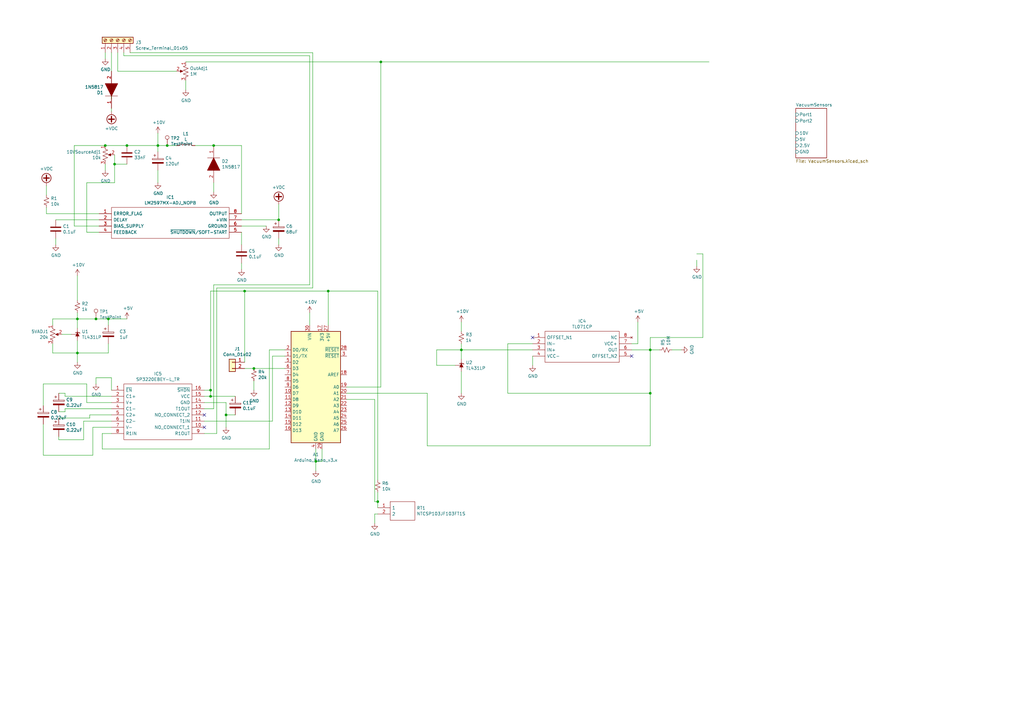
<source format=kicad_sch>
(kicad_sch (version 20230121) (generator eeschema)
  (paper "A3")
  (lib_symbols
    (symbol "Connector:Screw_Terminal_01x05" (pin_names (offset 1.016) hide)
      (property "Reference" "J" (at 0 7.62 0))
      (property "Value" "Screw_Terminal_01x05" (at 0 -7.62 0))
      (symbol "Screw_Terminal_01x05_1_1"
        (rectangle (start -1.27 6.35) (end 1.27 -6.35) (stroke (width 0.254)) (fill (type background)))
        (circle (center 0 -5.08) (radius 0.635) (stroke (width 0.1524)))
        (circle (center 0 -2.54) (radius 0.635) (stroke (width 0.1524)))
        (polyline (pts (xy -0.5334 -4.7498) (xy 0.3302 -5.588)) (stroke (width 0.1524)))
        (polyline (pts (xy -0.5334 -2.2098) (xy 0.3302 -3.048)) (stroke (width 0.1524)))
        (polyline (pts (xy -0.5334 0.3302) (xy 0.3302 -0.508)) (stroke (width 0.1524)))
        (polyline (pts (xy -0.5334 2.8702) (xy 0.3302 2.032)) (stroke (width 0.1524)))
        (polyline (pts (xy -0.5334 5.4102) (xy 0.3302 4.572)) (stroke (width 0.1524)))
        (polyline (pts (xy -0.3556 -4.572) (xy 0.508 -5.4102)) (stroke (width 0.1524)))
        (polyline (pts (xy -0.3556 -2.032) (xy 0.508 -2.8702)) (stroke (width 0.1524)))
        (polyline (pts (xy -0.3556 0.508) (xy 0.508 -0.3302)) (stroke (width 0.1524)))
        (polyline (pts (xy -0.3556 3.048) (xy 0.508 2.2098)) (stroke (width 0.1524)))
        (polyline (pts (xy -0.3556 5.588) (xy 0.508 4.7498)) (stroke (width 0.1524)))
        (circle (center 0 0) (radius 0.635) (stroke (width 0.1524)))
        (circle (center 0 2.54) (radius 0.635) (stroke (width 0.1524)))
        (circle (center 0 5.08) (radius 0.635) (stroke (width 0.1524)))
        (pin passive line (at -5.08 5.08 0) (length 3.81) (name "Pin_1") (number "1"))
        (pin passive line (at -5.08 2.54 0) (length 3.81) (name "Pin_2") (number "2"))
        (pin passive line (at -5.08 0 0) (length 3.81) (name "Pin_3") (number "3"))
        (pin passive line (at -5.08 -2.54 0) (length 3.81) (name "Pin_4") (number "4"))
        (pin passive line (at -5.08 -5.08 0) (length 3.81) (name "Pin_5") (number "5"))
      )
    )
    (symbol "Connector:TestPoint" (pin_numbers hide) (pin_names (offset 0.762) hide)
      (property "Reference" "TP" (at 0 6.858 0))
      (property "Value" "TestPoint" (at 0 5.08 0))
      (symbol "TestPoint_0_1"
        (circle (center 0 3.302) (radius 0.762))
      )
      (symbol "TestPoint_1_1"
        (pin passive line (at 0 0 90) (length 2.54) (name "1") (number "1"))
      )
    )
    (symbol "Connector_Generic:Conn_01x02" (pin_names (offset 1.016) hide)
      (property "Reference" "J" (at 0 2.54 0))
      (property "Value" "Conn_01x02" (at 0 -5.08 0))
      (symbol "Conn_01x02_1_1"
        (rectangle (start -1.27 -2.413) (end 0 -2.667) (stroke (width 0.1524)))
        (rectangle (start -1.27 0.127) (end 0 -0.127) (stroke (width 0.1524)))
        (rectangle (start -1.27 1.27) (end 1.27 -3.81) (stroke (width 0.254)) (fill (type background)))
        (pin passive line (at -5.08 0 0) (length 3.81) (name "Pin_1") (number "1"))
        (pin passive line (at -5.08 -2.54 0) (length 3.81) (name "Pin_2") (number "2"))
      )
    )
    (symbol "Device:C" (pin_numbers hide) (pin_names (offset 0.254))
      (property "Reference" "C" (at 0.635 2.54 0))
      (property "Value" "C" (at 0.635 -2.54 0))
      (symbol "C_0_1"
        (polyline (pts (xy -2.032 -0.762) (xy 2.032 -0.762)) (stroke (width 0.508)))
        (polyline (pts (xy -2.032 0.762) (xy 2.032 0.762)) (stroke (width 0.508)))
      )
      (symbol "C_1_1"
        (pin passive line (at 0 3.81 270) (length 2.794) (name "~") (number "1"))
        (pin passive line (at 0 -3.81 90) (length 2.794) (name "~") (number "2"))
      )
    )
    (symbol "Device:CP" (pin_numbers hide) (pin_names (offset 0.254))
      (property "Reference" "C" (at 0.635 2.54 0))
      (property "Value" "Device_CP" (at 0.635 -2.54 0))
      (symbol "CP_0_1"
        (rectangle (start -2.286 0.508) (end 2.286 1.016))
        (polyline (pts (xy -1.778 2.286) (xy -0.762 2.286)))
        (polyline (pts (xy -1.27 2.794) (xy -1.27 1.778)))
        (rectangle (start 2.286 -0.508) (end -2.286 -1.016) (fill (type outline)))
      )
      (symbol "CP_1_1"
        (pin passive line (at 0 3.81 270) (length 2.794) (name "~") (number "1"))
        (pin passive line (at 0 -3.81 90) (length 2.794) (name "~") (number "2"))
      )
    )
    (symbol "Device:L" (pin_numbers hide) (pin_names (offset 1.016) hide)
      (property "Reference" "L" (at -1.27 0 90))
      (property "Value" "L" (at 1.905 0 90))
      (symbol "L_0_1"
        (arc (start 0 -2.54) (mid 0.6323 -1.905) (end 0 -1.27))
        (arc (start 0 -1.27) (mid 0.6323 -0.635) (end 0 0))
        (arc (start 0 0) (mid 0.6323 0.635) (end 0 1.27))
        (arc (start 0 1.27) (mid 0.6323 1.905) (end 0 2.54))
      )
      (symbol "L_1_1"
        (pin passive line (at 0 3.81 270) (length 1.27) (name "1") (number "1"))
        (pin passive line (at 0 -3.81 90) (length 1.27) (name "2") (number "2"))
      )
    )
    (symbol "Device:R_POT_US" (pin_names (offset 1.016) hide)
      (property "Reference" "RV" (at -4.445 0 90))
      (property "Value" "Device_R_POT_US" (at -2.54 0 90))
      (symbol "R_POT_US_0_1"
        (polyline (pts (xy 0 -2.286) (xy 0 -2.54)))
        (polyline (pts (xy 0 2.54) (xy 0 2.286)))
        (polyline (pts (xy 2.54 0) (xy 1.524 0)))
        (polyline (pts (xy 1.143 0) (xy 2.286 0.508) (xy 2.286 -0.508) (xy 1.143 0)) (fill (type outline)))
        (polyline (pts (xy 0 -0.762) (xy 1.016 -1.143) (xy 0 -1.524) (xy -1.016 -1.905) (xy 0 -2.286)))
        (polyline (pts (xy 0 0.762) (xy 1.016 0.381) (xy 0 0) (xy -1.016 -0.381) (xy 0 -0.762)))
        (polyline (pts (xy 0 2.286) (xy 1.016 1.905) (xy 0 1.524) (xy -1.016 1.143) (xy 0 0.762)))
      )
      (symbol "R_POT_US_1_1"
        (pin passive line (at 0 3.81 270) (length 1.27) (name "1") (number "1"))
        (pin passive line (at 3.81 0 180) (length 1.27) (name "2") (number "2"))
        (pin passive line (at 0 -3.81 90) (length 1.27) (name "3") (number "3"))
      )
    )
    (symbol "Device:R_Small_US" (pin_numbers hide) (pin_names (offset 0.254) hide)
      (property "Reference" "R" (at 0.762 0.508 0))
      (property "Value" "R_Small_US" (at 0.762 -1.016 0))
      (symbol "R_Small_US_1_1"
        (polyline (pts (xy 0 0) (xy 1.016 -0.381) (xy 0 -0.762) (xy -1.016 -1.143) (xy 0 -1.524)))
        (polyline (pts (xy 0 1.524) (xy 1.016 1.143) (xy 0 0.762) (xy -1.016 0.381) (xy 0 0)))
        (pin passive line (at 0 2.54 270) (length 1.016) (name "~") (number "1"))
        (pin passive line (at 0 -2.54 90) (length 1.016) (name "~") (number "2"))
      )
    )
    (symbol "MCU_Module:Arduino_Nano_v3.x"
      (property "Reference" "A" (at -10.16 23.495 0))
      (property "Value" "Arduino_Nano_v3.x" (at 5.08 -24.13 0))
      (symbol "Arduino_Nano_v3.x_0_1"
        (rectangle (start -10.16 22.86) (end 10.16 -22.86) (stroke (width 0.254)) (fill (type background)))
      )
      (symbol "Arduino_Nano_v3.x_1_1"
        (pin bidirectional line (at -12.7 12.7 0) (length 2.54) (name "D1/TX") (number "1"))
        (pin bidirectional line (at -12.7 -2.54 0) (length 2.54) (name "D7") (number "10"))
        (pin bidirectional line (at -12.7 -5.08 0) (length 2.54) (name "D8") (number "11"))
        (pin bidirectional line (at -12.7 -7.62 0) (length 2.54) (name "D9") (number "12"))
        (pin bidirectional line (at -12.7 -10.16 0) (length 2.54) (name "D10") (number "13"))
        (pin bidirectional line (at -12.7 -12.7 0) (length 2.54) (name "D11") (number "14"))
        (pin bidirectional line (at -12.7 -15.24 0) (length 2.54) (name "D12") (number "15"))
        (pin bidirectional line (at -12.7 -17.78 0) (length 2.54) (name "D13") (number "16"))
        (pin power_out line (at 2.54 25.4 270) (length 2.54) (name "3V3") (number "17"))
        (pin input line (at 12.7 5.08 180) (length 2.54) (name "AREF") (number "18"))
        (pin bidirectional line (at 12.7 0 180) (length 2.54) (name "A0") (number "19"))
        (pin bidirectional line (at -12.7 15.24 0) (length 2.54) (name "D0/RX") (number "2"))
        (pin bidirectional line (at 12.7 -2.54 180) (length 2.54) (name "A1") (number "20"))
        (pin bidirectional line (at 12.7 -5.08 180) (length 2.54) (name "A2") (number "21"))
        (pin bidirectional line (at 12.7 -7.62 180) (length 2.54) (name "A3") (number "22"))
        (pin bidirectional line (at 12.7 -10.16 180) (length 2.54) (name "A4") (number "23"))
        (pin bidirectional line (at 12.7 -12.7 180) (length 2.54) (name "A5") (number "24"))
        (pin bidirectional line (at 12.7 -15.24 180) (length 2.54) (name "A6") (number "25"))
        (pin bidirectional line (at 12.7 -17.78 180) (length 2.54) (name "A7") (number "26"))
        (pin power_out line (at 5.08 25.4 270) (length 2.54) (name "+5V") (number "27"))
        (pin input line (at 12.7 15.24 180) (length 2.54) (name "~{RESET}") (number "28"))
        (pin power_in line (at 2.54 -25.4 90) (length 2.54) (name "GND") (number "29"))
        (pin input line (at 12.7 12.7 180) (length 2.54) (name "~{RESET}") (number "3"))
        (pin power_in line (at -2.54 25.4 270) (length 2.54) (name "VIN") (number "30"))
        (pin power_in line (at 0 -25.4 90) (length 2.54) (name "GND") (number "4"))
        (pin bidirectional line (at -12.7 10.16 0) (length 2.54) (name "D2") (number "5"))
        (pin bidirectional line (at -12.7 7.62 0) (length 2.54) (name "D3") (number "6"))
        (pin bidirectional line (at -12.7 5.08 0) (length 2.54) (name "D4") (number "7"))
        (pin bidirectional line (at -12.7 2.54 0) (length 2.54) (name "D5") (number "8"))
        (pin bidirectional line (at -12.7 0 0) (length 2.54) (name "D6") (number "9"))
      )
    )
    (symbol "Reference_Voltage:TL431LP" (pin_numbers hide) (pin_names hide)
      (property "Reference" "U" (at -2.54 2.54 0))
      (property "Value" "TL431LP" (at 0 -2.54 0))
      (symbol "TL431LP_0_1"
        (polyline (pts (xy -1.27 0) (xy 0 0) (xy 1.27 0)))
        (polyline (pts (xy -0.762 0.762) (xy 0.762 0) (xy -0.762 -0.762)) (fill (type outline)))
        (polyline (pts (xy 0.508 -1.016) (xy 0.762 -0.762) (xy 0.762 0.762) (xy 0.762 0.762)) (stroke (width 0.254)))
      )
      (symbol "TL431LP_1_1"
        (pin passive line (at 0 2.54 270) (length 2.54) (name "REF") (number "1"))
        (pin passive line (at -2.54 0 0) (length 2.54) (name "A") (number "2"))
        (pin passive line (at 2.54 0 180) (length 2.54) (name "K") (number "3"))
      )
    )
    (symbol "SamacSys_Parts:1N5817" (pin_names (offset 0.762))
      (property "Reference" "D" (at 11.43 5.08 0))
      (property "Value" "SamacSys_Parts_1N5817" (at 11.43 2.54 0))
      (symbol "1N5817_0_0"
        (pin passive line (at 0 0 0) (length 5.08) (name "~") (number "1"))
        (pin passive line (at 15.24 0 180) (length 5.08) (name "~") (number "2"))
      )
      (symbol "1N5817_0_1"
        (polyline (pts (xy 5.08 2.54) (xy 5.08 -2.54)) (stroke (width 0.1524)))
        (polyline (pts (xy 5.08 0) (xy 10.16 2.54) (xy 10.16 -2.54) (xy 5.08 0)) (stroke (width 0.254)) (fill (type outline)))
      )
    )
    (symbol "SamacSys_Parts:LM2597MX-ADJ_NOPB" (pin_names (offset 0.762))
      (property "Reference" "IC" (at 54.61 7.62 0))
      (property "Value" "SamacSys_Parts_LM2597MX-ADJ_NOPB" (at 54.61 5.08 0))
      (symbol "LM2597MX-ADJ_NOPB_0_0"
        (pin passive line (at 0 0 0) (length 5.08) (name "ERROR_FLAG") (number "1"))
        (pin passive line (at 0 -2.54 0) (length 5.08) (name "DELAY") (number "2"))
        (pin passive line (at 0 -5.08 0) (length 5.08) (name "BIAS_SUPPLY") (number "3"))
        (pin passive line (at 0 -7.62 0) (length 5.08) (name "FEEDBACK") (number "4"))
        (pin passive line (at 58.42 -7.62 180) (length 5.08) (name "~{SHUTDOWN}/SOFT-START") (number "5"))
        (pin passive line (at 58.42 -5.08 180) (length 5.08) (name "GROUND") (number "6"))
        (pin passive line (at 58.42 -2.54 180) (length 5.08) (name "+VIN") (number "7"))
        (pin passive line (at 58.42 0 180) (length 5.08) (name "OUTPUT") (number "8"))
      )
      (symbol "LM2597MX-ADJ_NOPB_0_1"
        (polyline (pts (xy 5.08 2.54) (xy 53.34 2.54) (xy 53.34 -10.16) (xy 5.08 -10.16) (xy 5.08 2.54)) (stroke (width 0.1524)))
      )
    )
    (symbol "SamacSys_Parts:NTCSP103JF103FT1S" (pin_names (offset 0.762))
      (property "Reference" "RT" (at 16.51 7.62 0))
      (property "Value" "SamacSys_Parts_NTCSP103JF103FT1S" (at 16.51 5.08 0))
      (symbol "NTCSP103JF103FT1S_0_0"
        (pin passive line (at 0 0 0) (length 5.08) (name "1") (number "1"))
        (pin passive line (at 0 -2.54 0) (length 5.08) (name "2") (number "2"))
      )
      (symbol "NTCSP103JF103FT1S_0_1"
        (polyline (pts (xy 5.08 2.54) (xy 15.24 2.54) (xy 15.24 -5.08) (xy 5.08 -5.08) (xy 5.08 2.54)) (stroke (width 0.1524)))
      )
    )
    (symbol "SamacSys_Parts:SP3220EBEY-L_TR" (pin_names (offset 0.762))
      (property "Reference" "IC" (at 34.29 7.62 0))
      (property "Value" "SamacSys_Parts_SP3220EBEY-L_TR" (at 34.29 5.08 0))
      (symbol "SP3220EBEY-L_TR_0_0"
        (pin passive line (at 0 0 0) (length 5.08) (name "~{EN}") (number "1"))
        (pin passive line (at 38.1 -15.24 180) (length 5.08) (name "NO_CONNECT_1") (number "10"))
        (pin passive line (at 38.1 -12.7 180) (length 5.08) (name "T1IN") (number "11"))
        (pin passive line (at 38.1 -10.16 180) (length 5.08) (name "NO_CONNECT_2") (number "12"))
        (pin passive line (at 38.1 -7.62 180) (length 5.08) (name "T1OUT") (number "13"))
        (pin passive line (at 38.1 -5.08 180) (length 5.08) (name "GND") (number "14"))
        (pin passive line (at 38.1 -2.54 180) (length 5.08) (name "VCC") (number "15"))
        (pin passive line (at 38.1 0 180) (length 5.08) (name "~{SHDN}") (number "16"))
        (pin passive line (at 0 -2.54 0) (length 5.08) (name "C1+") (number "2"))
        (pin passive line (at 0 -5.08 0) (length 5.08) (name "V+") (number "3"))
        (pin passive line (at 0 -7.62 0) (length 5.08) (name "C1-") (number "4"))
        (pin passive line (at 0 -10.16 0) (length 5.08) (name "C2+") (number "5"))
        (pin passive line (at 0 -12.7 0) (length 5.08) (name "C2-") (number "6"))
        (pin passive line (at 0 -15.24 0) (length 5.08) (name "V-") (number "7"))
        (pin passive line (at 0 -17.78 0) (length 5.08) (name "R1IN") (number "8"))
        (pin passive line (at 38.1 -17.78 180) (length 5.08) (name "R1OUT") (number "9"))
      )
      (symbol "SP3220EBEY-L_TR_0_1"
        (polyline (pts (xy 5.08 2.54) (xy 33.02 2.54) (xy 33.02 -20.32) (xy 5.08 -20.32) (xy 5.08 2.54)) (stroke (width 0.1524)))
      )
    )
    (symbol "SamacSys_Parts:TL071CP" (pin_names (offset 0.762))
      (property "Reference" "IC" (at 36.83 7.62 0))
      (property "Value" "SamacSys_Parts_TL071CP" (at 36.83 5.08 0))
      (symbol "TL071CP_0_0"
        (pin passive line (at 0 0 0) (length 5.08) (name "OFFSET_N1") (number "1"))
        (pin passive line (at 0 -2.54 0) (length 5.08) (name "IN-") (number "2"))
        (pin passive line (at 0 -5.08 0) (length 5.08) (name "IN+") (number "3"))
        (pin passive line (at 0 -7.62 0) (length 5.08) (name "VCC-") (number "4"))
        (pin passive line (at 40.64 -7.62 180) (length 5.08) (name "OFFSET_N2") (number "5"))
        (pin passive line (at 40.64 -5.08 180) (length 5.08) (name "OUT") (number "6"))
        (pin passive line (at 40.64 -2.54 180) (length 5.08) (name "VCC+") (number "7"))
        (pin no_connect line (at 40.64 0 180) (length 5.08) (name "NC") (number "8"))
      )
      (symbol "TL071CP_0_1"
        (polyline (pts (xy 5.08 2.54) (xy 35.56 2.54) (xy 35.56 -10.16) (xy 5.08 -10.16) (xy 5.08 2.54)) (stroke (width 0.1524)))
      )
    )
    (symbol "power:+10V" (power) (pin_names (offset 0))
      (property "Value" "+10V" (at 0 3.556 0))
      (symbol "+10V_0_1"
        (polyline (pts (xy -0.762 1.27) (xy 0 2.54)))
        (polyline (pts (xy 0 0) (xy 0 2.54)))
        (polyline (pts (xy 0 2.54) (xy 0.762 1.27)))
      )
      (symbol "+10V_1_1"
        (pin power_in line (at 0 0 90) (length 0) hide (name "+10V") (number "1"))
      )
    )
    (symbol "power:+5V" (power) (pin_names (offset 0))
      (property "Value" "+5V" (at 0 3.556 0))
      (symbol "+5V_0_1"
        (polyline (pts (xy -0.762 1.27) (xy 0 2.54)))
        (polyline (pts (xy 0 0) (xy 0 2.54)))
        (polyline (pts (xy 0 2.54) (xy 0.762 1.27)))
      )
      (symbol "+5V_1_1"
        (pin power_in line (at 0 0 90) (length 0) hide (name "+5V") (number "1"))
      )
    )
    (symbol "power:+VDC" (power) (pin_names (offset 0))
      (property "Value" "+VDC" (at 0 6.35 0))
      (symbol "+VDC_0_1"
        (polyline (pts (xy -1.143 3.175) (xy 1.143 3.175)) (stroke (width 0.508)))
        (polyline (pts (xy 0 0) (xy 0 1.27)))
        (polyline (pts (xy 0 2.032) (xy 0 4.318)) (stroke (width 0.508)))
        (circle (center 0 3.175) (radius 1.905) (stroke (width 0.254)))
      )
      (symbol "+VDC_1_1"
        (pin power_in line (at 0 0 90) (length 0) hide (name "+VDC") (number "1"))
      )
    )
    (symbol "power:GND" (power) (pin_names (offset 0))
      (property "Value" "GND" (at 0 -3.81 0))
      (symbol "GND_0_1"
        (polyline (pts (xy 0 0) (xy 0 -1.27) (xy 1.27 -1.27) (xy 0 -2.54) (xy -1.27 -1.27) (xy 0 -1.27)))
      )
      (symbol "GND_1_1"
        (pin power_in line (at 0 0 270) (length 0) hide (name "GND") (number "1"))
      )
    )
  )
  (junction (at 87.63 59.69))
  (junction (at 86.36 162.56))
  (junction (at 31.75 130.81))
  (junction (at 46.99 67.31))
  (junction (at 189.23 143.51))
  (junction (at 31.75 144.78))
  (junction (at 39.37 130.81))
  (junction (at 68.58 59.69))
  (junction (at 92.71 170.18))
  (junction (at 154.94 205.74))
  (junction (at 114.3 90.17))
  (junction (at 86.36 160.02))
  (junction (at 64.77 59.69))
  (junction (at 266.7 161.29))
  (junction (at 129.54 189.23))
  (junction (at 104.14 151.13))
  (junction (at 52.07 59.69))
  (junction (at 266.7 143.51))
  (junction (at 156.21 25.4))
  (junction (at 43.18 59.69))
  (junction (at 44.45 130.81))
  (junction (at 134.62 119.38))
  (junction (at 100.33 119.38))
  (no_connect (at 83.82 175.26))
  (no_connect (at 83.82 170.18))
  (no_connect (at 259.08 146.05))
  (no_connect (at 218.44 138.43))
  (wire (pts (xy 129.54 189.23) (xy 129.54 193.04)))
  (wire (pts (xy 153.67 210.82) (xy 154.94 210.82)))
  (wire (pts (xy 35.56 95.25) (xy 40.64 95.25)))
  (wire (pts (xy 64.77 62.23) (xy 64.77 59.69)))
  (wire (pts (xy 111.76 172.72) (xy 111.76 146.05)))
  (wire (pts (xy 132.08 184.15) (xy 132.08 189.23)))
  (wire (pts (xy 26.67 162.56) (xy 26.67 161.29)))
  (wire (pts (xy 21.59 133.35) (xy 21.59 130.81)))
  (wire (pts (xy 208.28 161.29) (xy 266.7 161.29)))
  (wire (pts (xy 35.56 74.93) (xy 35.56 95.25)))
  (wire (pts (xy 154.94 208.28) (xy 154.94 205.74)))
  (wire (pts (xy 189.23 143.51) (xy 189.23 147.32)))
  (wire (pts (xy 175.26 161.29) (xy 142.24 161.29)))
  (wire (pts (xy 76.2 33.02) (xy 76.2 36.83)))
  (wire (pts (xy 86.36 119.38) (xy 100.33 119.38)))
  (wire (pts (xy 40.64 90.17) (xy 22.86 90.17)))
  (wire (pts (xy 31.75 130.81) (xy 39.37 130.81)))
  (wire (pts (xy 132.08 189.23) (xy 129.54 189.23)))
  (wire (pts (xy 40.64 92.71) (xy 30.48 92.71)))
  (wire (pts (xy 21.59 140.97) (xy 21.59 144.78)))
  (wire (pts (xy 22.86 100.33) (xy 22.86 97.79)))
  (wire (pts (xy 110.49 184.15) (xy 41.91 184.15)))
  (wire (pts (xy 17.78 157.48) (xy 17.78 166.37)))
  (wire (pts (xy 87.63 116.84) (xy 127 116.84)))
  (wire (pts (xy 175.26 182.88) (xy 175.26 161.29)))
  (wire (pts (xy 38.1 175.26) (xy 45.72 175.26)))
  (wire (pts (xy 266.7 138.43) (xy 266.7 143.51)))
  (wire (pts (xy 104.14 160.02) (xy 104.14 156.21)))
  (wire (pts (xy 45.72 172.72) (xy 34.29 172.72)))
  (wire (pts (xy 114.3 83.82) (xy 114.3 90.17)))
  (wire (pts (xy 88.9 177.8) (xy 83.82 177.8)))
  (wire (pts (xy 288.29 104.14) (xy 288.29 138.43)))
  (wire (pts (xy 218.44 140.97) (xy 208.28 140.97)))
  (wire (pts (xy 266.7 143.51) (xy 270.51 143.51)))
  (wire (pts (xy 52.07 59.69) (xy 64.77 59.69)))
  (wire (pts (xy 50.8 22.86) (xy 50.8 21.59)))
  (wire (pts (xy 31.75 144.78) (xy 31.75 148.59)))
  (wire (pts (xy 156.21 25.4) (xy 290.83 25.4)))
  (wire (pts (xy 44.45 130.81) (xy 52.07 130.81)))
  (wire (pts (xy 110.49 143.51) (xy 110.49 184.15)))
  (wire (pts (xy 83.82 167.64) (xy 87.63 167.64)))
  (wire (pts (xy 35.56 165.1) (xy 35.56 157.48)))
  (wire (pts (xy 35.56 157.48) (xy 17.78 157.48)))
  (wire (pts (xy 30.48 92.71) (xy 30.48 59.69)))
  (wire (pts (xy 34.29 180.34) (xy 24.13 180.34)))
  (wire (pts (xy 87.63 167.64) (xy 87.63 116.84)))
  (wire (pts (xy 179.07 149.86) (xy 186.69 149.86)))
  (wire (pts (xy 285.75 104.14) (xy 288.29 104.14)))
  (wire (pts (xy 127 133.35) (xy 127 128.27)))
  (wire (pts (xy 259.08 143.51) (xy 266.7 143.51)))
  (wire (pts (xy 26.67 167.64) (xy 26.67 168.91)))
  (wire (pts (xy 127 22.86) (xy 50.8 22.86)))
  (wire (pts (xy 100.33 119.38) (xy 100.33 148.59)))
  (wire (pts (xy 259.08 140.97) (xy 261.62 140.97)))
  (wire (pts (xy 83.82 162.56) (xy 86.36 162.56)))
  (wire (pts (xy 189.23 140.97) (xy 189.23 143.51)))
  (wire (pts (xy 175.26 182.88) (xy 266.7 182.88)))
  (wire (pts (xy 31.75 113.03) (xy 31.75 123.19)))
  (wire (pts (xy 68.58 59.69) (xy 64.77 59.69)))
  (wire (pts (xy 96.52 162.56) (xy 86.36 162.56)))
  (wire (pts (xy 154.94 119.38) (xy 134.62 119.38)))
  (wire (pts (xy 21.59 144.78) (xy 31.75 144.78)))
  (wire (pts (xy 189.23 132.08) (xy 189.23 135.89)))
  (wire (pts (xy 142.24 158.75) (xy 156.21 158.75)))
  (wire (pts (xy 134.62 133.35) (xy 134.62 119.38)))
  (wire (pts (xy 96.52 170.18) (xy 92.71 170.18)))
  (wire (pts (xy 44.45 144.78) (xy 44.45 140.97)))
  (wire (pts (xy 39.37 154.94) (xy 45.72 154.94)))
  (wire (pts (xy 45.72 167.64) (xy 26.67 167.64)))
  (wire (pts (xy 17.78 186.69) (xy 38.1 186.69)))
  (wire (pts (xy 266.7 182.88) (xy 266.7 161.29)))
  (wire (pts (xy 153.67 214.63) (xy 153.67 210.82)))
  (wire (pts (xy 134.62 119.38) (xy 100.33 119.38)))
  (wire (pts (xy 154.94 205.74) (xy 153.67 205.74)))
  (wire (pts (xy 24.13 180.34) (xy 24.13 179.07)))
  (wire (pts (xy 46.99 63.5) (xy 46.99 67.31)))
  (wire (pts (xy 21.59 130.81) (xy 31.75 130.81)))
  (wire (pts (xy 43.18 59.69) (xy 52.07 59.69)))
  (wire (pts (xy 99.06 92.71) (xy 109.22 92.71)))
  (wire (pts (xy 87.63 78.74) (xy 87.63 74.93)))
  (wire (pts (xy 153.67 205.74) (xy 153.67 163.83)))
  (wire (pts (xy 36.83 170.18) (xy 45.72 170.18)))
  (wire (pts (xy 19.05 85.09) (xy 19.05 87.63)))
  (wire (pts (xy 116.84 143.51) (xy 110.49 143.51)))
  (wire (pts (xy 92.71 165.1) (xy 92.71 170.18)))
  (wire (pts (xy 45.72 21.59) (xy 45.72 29.21)))
  (wire (pts (xy 129.54 184.15) (xy 129.54 189.23)))
  (wire (pts (xy 279.4 143.51) (xy 275.59 143.51)))
  (wire (pts (xy 114.3 100.33) (xy 114.3 97.79)))
  (wire (pts (xy 31.75 144.78) (xy 44.45 144.78)))
  (wire (pts (xy 88.9 118.11) (xy 88.9 177.8)))
  (wire (pts (xy 189.23 152.4) (xy 189.23 161.29)))
  (wire (pts (xy 24.13 171.45) (xy 36.83 171.45)))
  (wire (pts (xy 29.21 137.16) (xy 25.4 137.16)))
  (wire (pts (xy 41.91 184.15) (xy 41.91 177.8)))
  (wire (pts (xy 100.33 151.13) (xy 104.14 151.13)))
  (wire (pts (xy 218.44 146.05) (xy 218.44 149.86)))
  (wire (pts (xy 26.67 161.29) (xy 24.13 161.29)))
  (wire (pts (xy 45.72 154.94) (xy 45.72 160.02)))
  (wire (pts (xy 30.48 59.69) (xy 43.18 59.69)))
  (wire (pts (xy 104.14 151.13) (xy 116.84 151.13)))
  (wire (pts (xy 99.06 95.25) (xy 99.06 100.33)))
  (wire (pts (xy 111.76 146.05) (xy 116.84 146.05)))
  (wire (pts (xy 64.77 74.93) (xy 64.77 69.85)))
  (wire (pts (xy 86.36 160.02) (xy 86.36 119.38)))
  (wire (pts (xy 266.7 161.29) (xy 266.7 143.51)))
  (wire (pts (xy 127 116.84) (xy 127 22.86)))
  (wire (pts (xy 72.39 29.21) (xy 48.26 29.21)))
  (wire (pts (xy 208.28 140.97) (xy 208.28 161.29)))
  (wire (pts (xy 38.1 186.69) (xy 38.1 175.26)))
  (wire (pts (xy 46.99 67.31) (xy 46.99 74.93)))
  (wire (pts (xy 39.37 130.81) (xy 44.45 130.81)))
  (wire (pts (xy 86.36 160.02) (xy 83.82 160.02)))
  (wire (pts (xy 83.82 165.1) (xy 92.71 165.1)))
  (wire (pts (xy 43.18 24.13) (xy 43.18 21.59)))
  (wire (pts (xy 45.72 39.37) (xy 45.72 40.64)))
  (wire (pts (xy 31.75 128.27) (xy 31.75 130.81)))
  (wire (pts (xy 285.75 106.68) (xy 285.75 109.22)))
  (wire (pts (xy 288.29 138.43) (xy 266.7 138.43)))
  (wire (pts (xy 154.94 196.85) (xy 154.94 119.38)))
  (wire (pts (xy 92.71 170.18) (xy 92.71 175.26)))
  (wire (pts (xy 44.45 130.81) (xy 44.45 133.35)))
  (wire (pts (xy 31.75 130.81) (xy 31.75 134.62)))
  (wire (pts (xy 80.01 59.69) (xy 87.63 59.69)))
  (wire (pts (xy 17.78 173.99) (xy 17.78 186.69)))
  (wire (pts (xy 128.27 118.11) (xy 88.9 118.11)))
  (wire (pts (xy 34.29 172.72) (xy 34.29 180.34)))
  (wire (pts (xy 39.37 157.48) (xy 39.37 154.94)))
  (wire (pts (xy 41.91 177.8) (xy 45.72 177.8)))
  (wire (pts (xy 36.83 171.45) (xy 36.83 170.18)))
  (wire (pts (xy 99.06 110.49) (xy 99.06 107.95)))
  (wire (pts (xy 52.07 67.31) (xy 46.99 67.31)))
  (wire (pts (xy 53.34 21.59) (xy 128.27 21.59)))
  (wire (pts (xy 156.21 158.75) (xy 156.21 25.4)))
  (wire (pts (xy 86.36 162.56) (xy 86.36 160.02)))
  (wire (pts (xy 72.39 59.69) (xy 68.58 59.69)))
  (wire (pts (xy 45.72 165.1) (xy 35.56 165.1)))
  (wire (pts (xy 153.67 163.83) (xy 142.24 163.83)))
  (wire (pts (xy 46.99 74.93) (xy 35.56 74.93)))
  (wire (pts (xy 154.94 205.74) (xy 154.94 201.93)))
  (wire (pts (xy 189.23 143.51) (xy 218.44 143.51)))
  (wire (pts (xy 261.62 140.97) (xy 261.62 132.08)))
  (wire (pts (xy 64.77 59.69) (xy 64.77 54.61)))
  (wire (pts (xy 179.07 143.51) (xy 179.07 149.86)))
  (wire (pts (xy 48.26 29.21) (xy 48.26 21.59)))
  (wire (pts (xy 114.3 90.17) (xy 99.06 90.17)))
  (wire (pts (xy 45.72 45.72) (xy 45.72 44.45)))
  (wire (pts (xy 31.75 139.7) (xy 31.75 144.78)))
  (wire (pts (xy 99.06 87.63) (xy 99.06 59.69)))
  (wire (pts (xy 26.67 168.91) (xy 24.13 168.91)))
  (wire (pts (xy 45.72 162.56) (xy 26.67 162.56)))
  (wire (pts (xy 43.18 69.85) (xy 43.18 67.31)))
  (wire (pts (xy 99.06 59.69) (xy 87.63 59.69)))
  (wire (pts (xy 76.2 25.4) (xy 156.21 25.4)))
  (wire (pts (xy 128.27 21.59) (xy 128.27 118.11)))
  (wire (pts (xy 83.82 172.72) (xy 111.76 172.72)))
  (wire (pts (xy 19.05 87.63) (xy 40.64 87.63)))
  (wire (pts (xy 19.05 80.01) (xy 19.05 76.2)))
  (wire (pts (xy 179.07 143.51) (xy 189.23 143.51)))
  (symbol (lib_id "power:GND") (at 285.75 109.22 0) (unit 1)
    (property "Reference" "#PWR018" (effects hide))
    (property "Value" "GND" (at 285.877 113.6142 0))
  )
  (symbol (lib_id "Device:R_POT_US") (at 76.2 29.21 0) (mirror y) (unit 1)
    (property "Reference" "OutAdj1" (at 77.9018 28.0416 0) (effects (justify right)))
    (property "Value" "1M" (at 77.9018 30.353 0) (effects (justify right)))
    (property "Footprint" "Potentiometer_THT:Potentiometer_Bourns_3339P_Vertical" (effects hide))
  )
  (symbol (lib_id "SamacSys_Parts:TL071CP") (at 218.44 138.43 0) (unit 1)
    (property "Reference" "IC4" (at 238.76 131.699 0))
    (property "Value" "TL071CP" (at 238.76 134.0104 0))
    (property "Footprint" "SamacSys_Parts:DIP794W53P254L959H508Q8N" (effects hide))
    (property "Datasheet" "http://www.ti.com/lit/ds/symlink/tl071a.pdf" (effects hide))
    (property "Description" "Low-Noise JFET-Input General-Purpose Operational Amplifier" (effects hide))
    (property "Height" "5.08" (effects hide))
    (property "Mouser Part Number" "595-TL071CP" (effects hide))
    (property "Mouser Price/Stock" "https://www.mouser.co.uk/ProductDetail/Texas-Instruments/TL071CP/?qs=3FVjRv9mUZ%2FN1XJT5coqUQ%3D%3D" (effects hide))
    (property "Manufacturer_Name" "Texas Instruments" (effects hide))
    (property "Manufacturer_Part_Number" "TL071CP" (effects hide))
  )
  (symbol (lib_id "Reference_Voltage:TL431LP") (at 31.75 137.16 90) (unit 1)
    (property "Reference" "U1" (at 33.528 135.9916 90) (effects (justify right)))
    (property "Value" "TL431LP" (at 33.528 138.303 90) (effects (justify right)))
    (property "Footprint" "Package_TO_SOT_THT:TO-92_Inline" (effects hide))
    (property "Datasheet" "http://www.ti.com/lit/ds/symlink/tl431.pdf" (effects hide))
  )
  (symbol (lib_id "power:GND") (at 31.75 148.59 0) (unit 1)
    (property "Reference" "#PWR06" (effects hide))
    (property "Value" "GND" (at 31.877 152.9842 0))
  )
  (symbol (lib_id "Device:R_POT_US") (at 21.59 137.16 0) (unit 1)
    (property "Reference" "5VADJ1" (at 19.8882 135.9916 0) (effects (justify right)))
    (property "Value" "20k" (at 19.8882 138.303 0) (effects (justify right)))
    (property "Footprint" "Potentiometer_THT:Potentiometer_Bourns_3339P_Vertical" (effects hide))
  )
  (symbol (lib_id "Device:R_Small_US") (at 31.75 125.73 0) (unit 1)
    (property "Reference" "R2" (at 33.4772 124.5616 0) (effects (justify left)))
    (property "Value" "1k" (at 33.4772 126.873 0) (effects (justify left)))
    (property "Footprint" "Resistor_SMD:R_0603_1608Metric" (effects hide))
  )
  (symbol (lib_id "power:GND") (at 218.44 149.86 0) (unit 1)
    (property "Reference" "#PWR025" (effects hide))
    (property "Value" "GND" (at 218.567 154.2542 0))
  )
  (symbol (lib_id "Device:R_Small_US") (at 273.05 143.51 90) (unit 1)
    (property "Reference" "R5" (at 271.8816 141.7828 0) (effects (justify left)))
    (property "Value" "10M" (at 274.193 141.7828 0) (effects (justify left)))
    (property "Footprint" "Resistor_SMD:R_0603_1608Metric" (effects hide))
  )
  (symbol (lib_id "power:GND") (at 279.4 143.51 90) (unit 1)
    (property "Reference" "#PWR026" (effects hide))
    (property "Value" "GND" (at 283.7942 143.383 0))
  )
  (symbol (lib_id "Device:CP") (at 44.45 137.16 0) (unit 1)
    (property "Reference" "C3" (at 48.9712 135.9916 0) (effects (justify left)))
    (property "Value" "1uF" (at 48.9712 138.303 0) (effects (justify left)))
    (property "Footprint" "Capacitor_THT:CP_Radial_D5.0mm_P2.00mm" (effects hide))
  )
  (symbol (lib_id "Reference_Voltage:TL431LP") (at 189.23 149.86 90) (unit 1)
    (property "Reference" "U2" (at 191.008 148.6916 90) (effects (justify right)))
    (property "Value" "TL431LP" (at 191.008 151.003 90) (effects (justify right)))
    (property "Footprint" "Package_TO_SOT_THT:TO-92_Inline" (effects hide))
    (property "Datasheet" "http://www.ti.com/lit/ds/symlink/tl431.pdf" (effects hide))
  )
  (symbol (lib_id "power:GND") (at 189.23 161.29 0) (unit 1)
    (property "Reference" "#PWR020" (effects hide))
    (property "Value" "GND" (at 189.357 165.6842 0))
  )
  (symbol (lib_id "Device:R_Small_US") (at 189.23 138.43 0) (unit 1)
    (property "Reference" "R3" (at 190.9572 137.2616 0) (effects (justify left)))
    (property "Value" "1k" (at 190.9572 139.573 0) (effects (justify left)))
    (property "Footprint" "Resistor_SMD:R_0603_1608Metric" (effects hide))
  )
  (symbol (lib_id "power:+10V") (at 31.75 113.03 0) (unit 1)
    (property "Reference" "#PWR05" (effects hide))
    (property "Value" "+10V" (at 32.131 108.6358 0))
  )
  (symbol (lib_id "power:+10V") (at 189.23 132.08 0) (unit 1)
    (property "Reference" "#PWR019" (effects hide))
    (property "Value" "+10V" (at 189.611 127.6858 0))
  )
  (symbol (lib_id "SamacSys_Parts:LM2597MX-ADJ_NOPB") (at 40.64 87.63 0) (unit 1)
    (property "Reference" "IC1" (at 69.85 80.899 0))
    (property "Value" "LM2597MX-ADJ_NOPB" (at 69.85 83.2104 0))
    (property "Footprint" "SamacSys_Parts:SOIC127P600X175-8N" (effects hide))
    (property "Datasheet" "http://www.ti.com/lit/gpn/LM2597" (effects hide))
    (property "Description" "SIMPLE SWITCHER Power Converter 150 kHz 0.5A Step-Down Voltage Regulator" (effects hide))
    (property "Height" "1.75" (effects hide))
    (property "Mouser Part Number" "926-LM2597MXADJNOPB" (effects hide))
    (property "Mouser Price/Stock" "https://www.mouser.co.uk/ProductDetail/Texas-Instruments/LM2597MX-ADJ-NOPB?qs=X1J7HmVL2ZEDIgwfzjXNjw%3D%3D" (effects hide))
    (property "Manufacturer_Name" "Texas Instruments" (effects hide))
    (property "Manufacturer_Part_Number" "LM2597MX-ADJ/NOPB" (effects hide))
  )
  (symbol (lib_id "power:+10V") (at 64.77 54.61 0) (unit 1)
    (property "Reference" "#PWR08" (effects hide))
    (property "Value" "+10V" (at 65.151 50.2158 0))
  )
  (symbol (lib_id "power:GND") (at 109.22 92.71 0) (unit 1)
    (property "Reference" "#PWR013" (effects hide))
    (property "Value" "GND" (at 109.347 97.1042 0))
  )
  (symbol (lib_id "power:+VDC") (at 114.3 83.82 0) (unit 1)
    (property "Reference" "#PWR014" (effects hide))
    (property "Value" "+VDC" (at 114.3 76.835 0))
  )
  (symbol (lib_id "power:+VDC") (at 45.72 45.72 180) (unit 1)
    (property "Reference" "#PWR03" (effects hide))
    (property "Value" "+VDC" (at 45.72 52.705 0))
  )
  (symbol (lib_id "SamacSys_Parts:1N5817") (at 45.72 44.45 90) (unit 1)
    (property "Reference" "D1" (at 42.418 37.9984 90) (effects (justify left)))
    (property "Value" "1N5817" (at 42.418 35.687 90) (effects (justify left)))
    (property "Footprint" "SamacSys_Parts:DIOAD1414W86L464D238" (effects hide))
    (property "Datasheet" "http://www.st.com/web/en/resource/technical/document/datasheet/CD00001625.pdf" (effects hide))
    (property "Description" "1N5817, Schottky Diode,  1A max, 20V, 2-Pin, DO-41" (effects hide))
    (property "Mouser Part Number" "511-1N5817" (effects hide))
    (property "Mouser Price/Stock" "https://www.mouser.co.uk/ProductDetail/STMicroelectronics/1N5817?qs=JV7lzlMm3yKNnxZdh%252BSMnw%3D%3D" (effects hide))
    (property "Manufacturer_Name" "STMicroelectronics" (effects hide))
    (property "Manufacturer_Part_Number" "1N5817" (effects hide))
  )
  (symbol (lib_id "Device:CP") (at 114.3 93.98 0) (unit 1)
    (property "Reference" "C6" (at 117.2972 92.8116 0) (effects (justify left)))
    (property "Value" "68uF" (at 117.2972 95.123 0) (effects (justify left)))
    (property "Footprint" "Capacitor_THT:CP_Radial_D6.3mm_P2.50mm" (effects hide))
  )
  (symbol (lib_id "power:GND") (at 114.3 100.33 0) (unit 1)
    (property "Reference" "#PWR015" (effects hide))
    (property "Value" "GND" (at 114.427 104.7242 0))
  )
  (symbol (lib_id "SamacSys_Parts:1N5817") (at 87.63 59.69 270) (unit 1)
    (property "Reference" "D2" (at 90.932 66.1416 90) (effects (justify left)))
    (property "Value" "1N5817" (at 90.932 68.453 90) (effects (justify left)))
    (property "Footprint" "SamacSys_Parts:DIOAD1414W86L464D238" (effects hide))
    (property "Datasheet" "http://www.st.com/web/en/resource/technical/document/datasheet/CD00001625.pdf" (effects hide))
    (property "Description" "1N5817, Schottky Diode,  1A max, 20V, 2-Pin, DO-41" (effects hide))
    (property "Mouser Part Number" "511-1N5817" (effects hide))
    (property "Mouser Price/Stock" "https://www.mouser.co.uk/ProductDetail/STMicroelectronics/1N5817?qs=JV7lzlMm3yKNnxZdh%252BSMnw%3D%3D" (effects hide))
    (property "Manufacturer_Name" "STMicroelectronics" (effects hide))
    (property "Manufacturer_Part_Number" "1N5817" (effects hide))
  )
  (symbol (lib_id "power:GND") (at 87.63 78.74 0) (unit 1)
    (property "Reference" "#PWR011" (effects hide))
    (property "Value" "GND" (at 87.757 83.1342 0))
  )
  (symbol (lib_id "Device:CP") (at 64.77 66.04 0) (unit 1)
    (property "Reference" "C4" (at 67.7672 64.8716 0) (effects (justify left)))
    (property "Value" "120uf" (at 67.7672 67.183 0) (effects (justify left)))
    (property "Footprint" "Capacitor_THT:CP_Radial_D6.3mm_P2.50mm" (effects hide))
  )
  (symbol (lib_id "power:GND") (at 64.77 74.93 0) (unit 1)
    (property "Reference" "#PWR09" (effects hide))
    (property "Value" "GND" (at 64.897 79.3242 0))
  )
  (symbol (lib_id "Device:L") (at 76.2 59.69 90) (unit 1)
    (property "Reference" "L1" (at 76.2 54.864 90))
    (property "Value" "L" (at 76.2 57.1754 90))
    (property "Footprint" "Inductor_THT:L_Axial_L5.3mm_D2.2mm_P10.16mm_Horizontal_Vishay_IM-1" (effects hide))
  )
  (symbol (lib_id "Device:R_POT_US") (at 43.18 63.5 0) (unit 1)
    (property "Reference" "10VSourceAdj1" (at 41.4782 62.3316 0) (effects (justify right)))
    (property "Value" "10k" (at 41.4782 64.643 0) (effects (justify right)))
    (property "Footprint" "Potentiometer_THT:Potentiometer_Bourns_3339P_Vertical" (effects hide))
  )
  (symbol (lib_id "Device:C") (at 52.07 63.5 0) (unit 1)
    (property "Reference" "C2" (at 54.991 62.3316 0) (effects (justify left)))
    (property "Value" "33nF" (at 54.991 64.643 0) (effects (justify left)))
    (property "Footprint" "Capacitor_SMD:C_0805_2012Metric_Pad1.15x1.40mm_HandSolder" (effects hide))
  )
  (symbol (lib_id "Connector:TestPoint") (at 68.58 59.69 0) (unit 1)
    (property "Reference" "TP2" (at 70.0532 56.6928 0) (effects (justify left)))
    (property "Value" "TestPoint" (at 70.0532 59.0042 0) (effects (justify left)))
    (property "Footprint" "TestPoint:TestPoint_Pad_2.0x2.0mm" (effects hide))
  )
  (symbol (lib_id "power:GND") (at 43.18 69.85 0) (unit 1)
    (property "Reference" "#PWR04" (effects hide))
    (property "Value" "GND" (at 43.307 74.2442 0))
  )
  (symbol (lib_id "Device:C") (at 22.86 93.98 0) (unit 1)
    (property "Reference" "C1" (at 25.781 92.8116 0) (effects (justify left)))
    (property "Value" "0.1uF" (at 25.781 95.123 0) (effects (justify left)))
    (property "Footprint" "Capacitor_SMD:C_0805_2012Metric_Pad1.15x1.40mm_HandSolder" (effects hide))
  )
  (symbol (lib_id "power:GND") (at 22.86 100.33 0) (unit 1)
    (property "Reference" "#PWR02" (effects hide))
    (property "Value" "GND" (at 22.987 104.7242 0))
  )
  (symbol (lib_id "Device:C") (at 99.06 104.14 0) (unit 1)
    (property "Reference" "C5" (at 101.981 102.9716 0) (effects (justify left)))
    (property "Value" "0.1uF" (at 101.981 105.283 0) (effects (justify left)))
    (property "Footprint" "Capacitor_SMD:C_0805_2012Metric_Pad1.15x1.40mm_HandSolder" (effects hide))
  )
  (symbol (lib_id "power:GND") (at 99.06 110.49 0) (unit 1)
    (property "Reference" "#PWR012" (effects hide))
    (property "Value" "GND" (at 99.187 114.8842 0))
  )
  (symbol (lib_id "SamacSys_Parts:SP3220EBEY-L_TR") (at 45.72 160.02 0) (unit 1)
    (property "Reference" "IC5" (at 64.77 153.289 0))
    (property "Value" "SP3220EBEY-L_TR" (at 64.77 155.6004 0))
    (property "Footprint" "SOP65P640X120-16N" (effects hide))
    (property "Datasheet" "https://www.maxlinear.com/ds/sp3220e_sp3220eb_sp3220eu.pdf" (effects hide))
    (property "Description" "RS-232 Interface IC 3V-5.5V RS-232 1-DRV/1-RCV LOW PWR" (effects hide))
    (property "Height" "1.2" (effects hide))
    (property "Mouser Part Number" "701-SP3220EBEY-L/TR" (effects hide))
    (property "Mouser Price/Stock" "https://www.mouser.co.uk/ProductDetail/MaxLinear/SP3220EBEY-L-TR?qs=Hy8V1%2FADhVIOThvtoqwTPA%3D%3D" (effects hide))
    (property "Manufacturer_Name" "MaxLinear, Inc." (effects hide))
    (property "Manufacturer_Part_Number" "SP3220EBEY-L/TR" (effects hide))
  )
  (symbol (lib_id "power:GND") (at 92.71 175.26 0) (unit 1)
    (property "Reference" "#PWR027" (effects hide))
    (property "Value" "GND" (at 92.837 179.6542 0))
  )
  (symbol (lib_id "Device:CP") (at 24.13 165.1 0) (unit 1)
    (property "Reference" "C9" (at 27.1272 163.9316 0) (effects (justify left)))
    (property "Value" "0.22uF" (at 27.1272 166.243 0) (effects (justify left)))
    (property "Footprint" "Capacitor_THT:CP_Radial_D4.0mm_P1.50mm" (effects hide))
  )
  (symbol (lib_id "Connector:Screw_Terminal_01x05") (at 48.26 16.51 90) (unit 1)
    (property "Reference" "J3" (at 55.5752 17.4244 90) (effects (justify right)))
    (property "Value" "Screw_Terminal_01x05" (at 55.5752 19.7358 90) (effects (justify right)))
    (property "Footprint" "TerminalBlock_Phoenix:TerminalBlock_Phoenix_MKDS-1,5-5_1x05_P5.00mm_Horizontal" (effects hide))
  )
  (symbol (lib_id "SamacSys_Parts:NTCSP103JF103FT1S") (at 154.94 208.28 0) (unit 1)
    (property "Reference" "RT1" (at 170.8912 208.3816 0) (effects (justify left)))
    (property "Value" "NTCSP103JF103FT1S" (at 170.8912 210.693 0) (effects (justify left)))
    (property "Footprint" "THRMC1005X55N" (effects hide))
    (property "Datasheet" "https://product.tdk.com/info/en/catalog/datasheets/503022/tpd_automotive_ntc-thermistor_ntcsp_en.pdf?ref_disty=digikey" (effects hide))
    (property "Description" "NTC Thermistors 0402 10Kohm 1%, AEC-Q200 EPOXY" (effects hide))
    (property "Height" "0.55" (effects hide))
    (property "Mouser Part Number" "810-NTCSP103JF103FTS" (effects hide))
    (property "Mouser Price/Stock" "https://www.mouser.co.uk/ProductDetail/TDK/NTCSP103JF103FT1S?qs=sPbYRqrBIVkfbmp3vKGxaA%3D%3D" (effects hide))
    (property "Manufacturer_Name" "TDK" (effects hide))
    (property "Manufacturer_Part_Number" "NTCSP103JF103FT1S" (effects hide))
  )
  (symbol (lib_id "power:GND") (at 153.67 214.63 0) (unit 1)
    (property "Reference" "#PWR028" (effects hide))
    (property "Value" "GND" (at 153.797 219.0242 0))
  )
  (symbol (lib_id "Device:R_Small_US") (at 154.94 199.39 0) (unit 1)
    (property "Reference" "R6" (at 156.6672 198.2216 0) (effects (justify left)))
    (property "Value" "10k" (at 156.6672 200.533 0) (effects (justify left)))
    (property "Footprint" "Resistor_SMD:R_0603_1608Metric" (effects hide))
  )
  (symbol (lib_id "Device:CP") (at 24.13 175.26 0) (unit 1)
    (property "Reference" "C10" (at 27.1272 174.0916 0) (effects (justify left)))
    (property "Value" "0.22uF" (at 27.1272 176.403 0) (effects (justify left)))
    (property "Footprint" "Capacitor_THT:CP_Radial_D4.0mm_P1.50mm" (effects hide))
  )
  (symbol (lib_id "Device:CP") (at 17.78 170.18 0) (unit 1)
    (property "Reference" "C8" (at 20.7772 169.0116 0) (effects (justify left)))
    (property "Value" "0.22uF" (at 20.7772 171.323 0) (effects (justify left)))
    (property "Footprint" "Capacitor_THT:CP_Radial_D4.0mm_P1.50mm" (effects hide))
  )
  (symbol (lib_id "MCU_Module:Arduino_Nano_v3.x") (at 129.54 158.75 0) (unit 1)
    (property "Reference" "A1" (at 129.54 186.4106 0))
    (property "Value" "Arduino_Nano_v3.x" (at 129.54 188.722 0))
    (property "Footprint" "Module:Arduino_Nano" (effects hide))
    (property "Datasheet" "http://www.mouser.com/pdfdocs/Gravitech_Arduino_Nano3_0.pdf" (effects hide))
  )
  (symbol (lib_id "Connector:TestPoint") (at 39.37 130.81 0) (unit 1)
    (property "Reference" "TP1" (at 40.8432 127.8128 0) (effects (justify left)))
    (property "Value" "TestPoint" (at 40.8432 130.1242 0) (effects (justify left)))
    (property "Footprint" "TestPoint:TestPoint_Pad_2.0x2.0mm" (effects hide))
  )
  (symbol (lib_id "power:+5V") (at 52.07 130.81 0) (unit 1)
    (property "Reference" "#PWR07" (effects hide))
    (property "Value" "+5V" (at 52.451 126.4158 0))
  )
  (symbol (lib_id "power:+10V") (at 127 128.27 0) (unit 1)
    (property "Reference" "#PWR021" (effects hide))
    (property "Value" "+10V" (at 127.381 123.8758 0))
  )
  (symbol (lib_id "power:GND") (at 129.54 193.04 0) (unit 1)
    (property "Reference" "#PWR022" (effects hide))
    (property "Value" "GND" (at 129.667 197.4342 0))
  )
  (symbol (lib_id "power:GND") (at 39.37 157.48 0) (unit 1)
    (property "Reference" "#PWR023" (effects hide))
    (property "Value" "GND" (at 39.497 161.8742 0))
  )
  (symbol (lib_id "Connector_Generic:Conn_01x02") (at 95.25 148.59 0) (mirror y) (unit 1)
    (property "Reference" "J1" (at 97.3328 143.0782 0))
    (property "Value" "Conn_01x02" (at 97.3328 145.3896 0))
    (property "Footprint" "Connector_PinHeader_2.54mm:PinHeader_1x02_P2.54mm_Vertical" (effects hide))
  )
  (symbol (lib_id "power:GND") (at 104.14 160.02 0) (unit 1)
    (property "Reference" "#PWR010" (effects hide))
    (property "Value" "GND" (at 104.267 164.4142 0))
  )
  (symbol (lib_id "Device:R_Small_US") (at 104.14 153.67 0) (unit 1)
    (property "Reference" "R4" (at 105.8672 152.5016 0) (effects (justify left)))
    (property "Value" "20k" (at 105.8672 154.813 0) (effects (justify left)))
    (property "Footprint" "Resistor_SMD:R_0603_1608Metric" (effects hide))
  )
  (symbol (lib_id "Device:CP") (at 96.52 166.37 0) (unit 1)
    (property "Reference" "C11" (at 99.5172 165.2016 0) (effects (justify left)))
    (property "Value" "0.1uF" (at 99.5172 167.513 0) (effects (justify left)))
    (property "Footprint" "Capacitor_THT:CP_Radial_D6.3mm_P2.50mm" (effects hide))
  )
  (symbol (lib_id "power:+VDC") (at 19.05 76.2 0) (unit 1)
    (property "Reference" "#PWR01" (effects hide))
    (property "Value" "+VDC" (at 19.05 69.215 0))
  )
  (symbol (lib_id "Device:R_Small_US") (at 19.05 82.55 0) (unit 1)
    (property "Reference" "R1" (at 20.7772 81.3816 0) (effects (justify left)))
    (property "Value" "10k" (at 20.7772 83.693 0) (effects (justify left)))
    (property "Footprint" "Resistor_SMD:R_0603_1608Metric" (effects hide))
  )
  (symbol (lib_id "power:GND") (at 43.18 24.13 0) (unit 1)
    (property "Reference" "#PWR0102" (effects hide))
    (property "Value" "GND" (at 43.307 28.5242 0))
  )
  (symbol (lib_id "power:+5V") (at 261.62 132.08 0) (unit 1)
    (property "Reference" "#PWR0103" (effects hide))
    (property "Value" "+5V" (at 262.001 127.6858 0))
  )
  (symbol (lib_id "power:GND") (at 76.2 36.83 0) (unit 1)
    (property "Reference" "#PWR0104" (effects hide))
    (property "Value" "GND" (at 76.327 41.2242 0))
  )
  (sheet (at 326.39 44.45) (size 12.7 20.32) (stroke (width 0.1524))
    (property "Sheetname" "VacuumSensors" (at 326.39 43.7384 0) (effects (justify left bottom)))
    (property "Sheetfile" "VacuumSensors.kicad_sch" (at 326.39 65.3546 0) (effects (justify left top)))
    (pin "Port1" input (at 326.39 46.99 180))
    (pin "GND" input (at 326.39 62.23 180))
    (pin "2.5V" input (at 326.39 59.69 180))
    (pin "5V" input (at 326.39 57.15 180))
    (pin "Port2" input (at 326.39 49.53 180))
    (pin "10V" input (at 326.39 54.61 180))
  )
)
</source>
